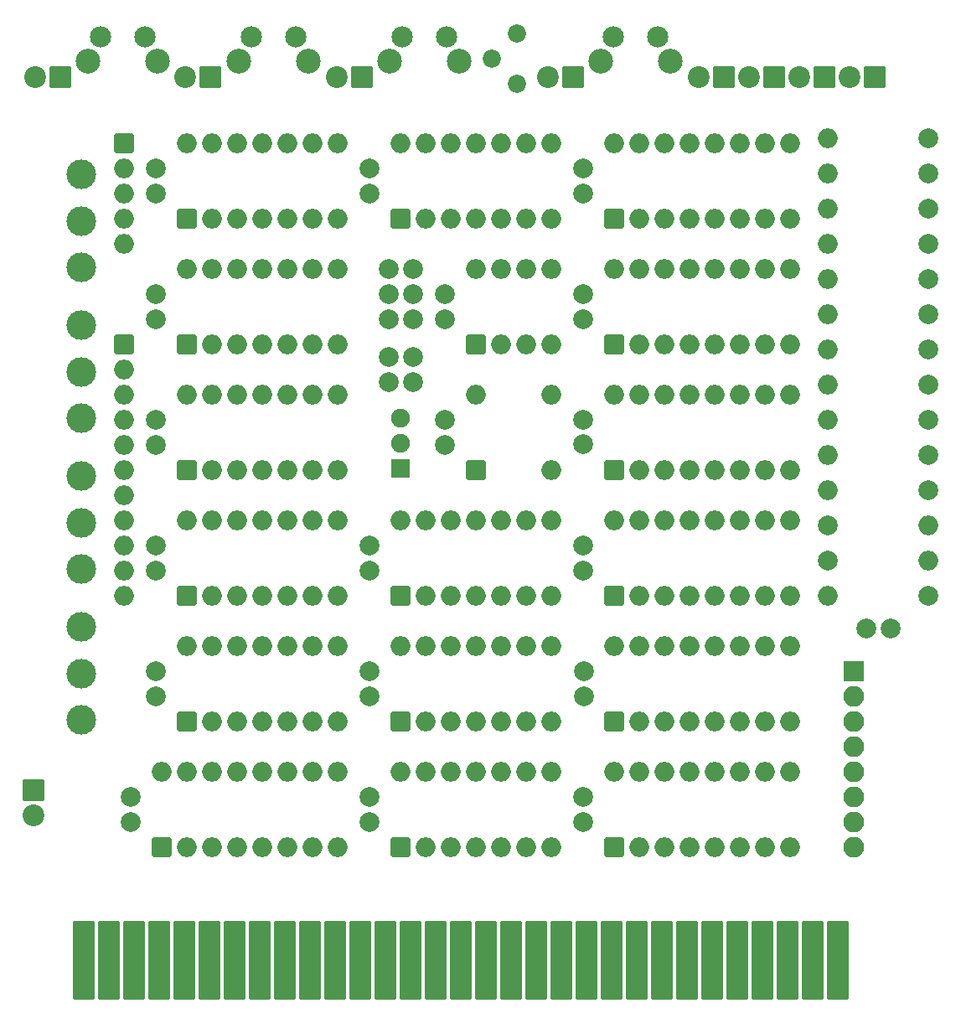
<source format=gbs>
G04 #@! TF.GenerationSoftware,KiCad,Pcbnew,(6.0.9)*
G04 #@! TF.CreationDate,2022-12-02T20:03:53-05:00*
G04 #@! TF.ProjectId,Part 3 - Clock v3,50617274-2033-4202-9d20-436c6f636b20,1.1*
G04 #@! TF.SameCoordinates,Original*
G04 #@! TF.FileFunction,Soldermask,Bot*
G04 #@! TF.FilePolarity,Negative*
%FSLAX46Y46*%
G04 Gerber Fmt 4.6, Leading zero omitted, Abs format (unit mm)*
G04 Created by KiCad (PCBNEW (6.0.9)) date 2022-12-02 20:03:53*
%MOMM*%
%LPD*%
G01*
G04 APERTURE LIST*
G04 Aperture macros list*
%AMRoundRect*
0 Rectangle with rounded corners*
0 $1 Rounding radius*
0 $2 $3 $4 $5 $6 $7 $8 $9 X,Y pos of 4 corners*
0 Add a 4 corners polygon primitive as box body*
4,1,4,$2,$3,$4,$5,$6,$7,$8,$9,$2,$3,0*
0 Add four circle primitives for the rounded corners*
1,1,$1+$1,$2,$3*
1,1,$1+$1,$4,$5*
1,1,$1+$1,$6,$7*
1,1,$1+$1,$8,$9*
0 Add four rect primitives between the rounded corners*
20,1,$1+$1,$2,$3,$4,$5,0*
20,1,$1+$1,$4,$5,$6,$7,0*
20,1,$1+$1,$6,$7,$8,$9,0*
20,1,$1+$1,$8,$9,$2,$3,0*%
G04 Aperture macros list end*
%ADD10C,2.000000*%
%ADD11O,2.000000X2.000000*%
%ADD12RoundRect,0.200000X0.800000X-0.800000X0.800000X0.800000X-0.800000X0.800000X-0.800000X-0.800000X0*%
%ADD13RoundRect,0.200000X-0.900000X0.900000X-0.900000X-0.900000X0.900000X-0.900000X0.900000X0.900000X0*%
%ADD14C,2.200000*%
%ADD15C,2.500000*%
%ADD16C,2.150000*%
%ADD17RoundRect,0.200000X0.900000X0.900000X-0.900000X0.900000X-0.900000X-0.900000X0.900000X-0.900000X0*%
%ADD18C,3.000000*%
%ADD19RoundRect,0.200000X-0.890000X-3.810000X0.890000X-3.810000X0.890000X3.810000X-0.890000X3.810000X0*%
%ADD20RoundRect,0.200000X-0.800000X0.800000X-0.800000X-0.800000X0.800000X-0.800000X0.800000X0.800000X0*%
%ADD21C,1.840000*%
%ADD22RoundRect,0.200000X-0.850000X-0.850000X0.850000X-0.850000X0.850000X0.850000X-0.850000X0.850000X0*%
%ADD23O,2.100000X2.100000*%
%ADD24RoundRect,0.200000X0.750000X-0.750000X0.750000X0.750000X-0.750000X0.750000X-0.750000X-0.750000X0*%
%ADD25C,1.900000*%
G04 APERTURE END LIST*
D10*
X186690000Y-76962000D03*
D11*
X176530000Y-76962000D03*
D12*
X111755000Y-67300000D03*
D11*
X114295000Y-67300000D03*
X116835000Y-67300000D03*
X119375000Y-67300000D03*
X121915000Y-67300000D03*
X124455000Y-67300000D03*
X126995000Y-67300000D03*
X126995000Y-59680000D03*
X124455000Y-59680000D03*
X121915000Y-59680000D03*
X119375000Y-59680000D03*
X116835000Y-59680000D03*
X114295000Y-59680000D03*
X111755000Y-59680000D03*
D13*
X96266000Y-125069600D03*
D14*
X96266000Y-127609600D03*
D12*
X154930000Y-67300000D03*
D11*
X157470000Y-67300000D03*
X160010000Y-67300000D03*
X162550000Y-67300000D03*
X165090000Y-67300000D03*
X167630000Y-67300000D03*
X170170000Y-67300000D03*
X172710000Y-67300000D03*
X172710000Y-59680000D03*
X170170000Y-59680000D03*
X167630000Y-59680000D03*
X165090000Y-59680000D03*
X162550000Y-59680000D03*
X160010000Y-59680000D03*
X157470000Y-59680000D03*
X154930000Y-59680000D03*
D10*
X151892000Y-113050000D03*
X151892000Y-115550000D03*
X176530000Y-98298000D03*
D11*
X186690000Y-98298000D03*
D10*
X130185000Y-113060000D03*
X130185000Y-115560000D03*
X182860000Y-108712000D03*
X180360000Y-108712000D03*
X186690000Y-59182000D03*
D11*
X176530000Y-59182000D03*
D10*
X176530000Y-101854000D03*
D11*
X186690000Y-101854000D03*
D15*
X160583000Y-51411700D03*
X153573000Y-51411700D03*
D16*
X154823000Y-48921700D03*
X159323000Y-48921700D03*
D17*
X176128000Y-52990000D03*
D14*
X173588000Y-52990000D03*
D10*
X132100000Y-74910000D03*
X134600000Y-74910000D03*
D12*
X111760000Y-92680000D03*
D11*
X114300000Y-92680000D03*
X116840000Y-92680000D03*
X119380000Y-92680000D03*
X121920000Y-92680000D03*
X124460000Y-92680000D03*
X127000000Y-92680000D03*
X127000000Y-85060000D03*
X124460000Y-85060000D03*
X121920000Y-85060000D03*
X119380000Y-85060000D03*
X116840000Y-85060000D03*
X114300000Y-85060000D03*
X111760000Y-85060000D03*
D18*
X101068600Y-102718600D03*
X101068600Y-98018600D03*
X101068600Y-93318600D03*
D15*
X116987000Y-51411700D03*
X123997000Y-51411700D03*
D16*
X118237000Y-48921700D03*
X122737000Y-48921700D03*
D12*
X111760000Y-105380000D03*
D11*
X114300000Y-105380000D03*
X116840000Y-105380000D03*
X119380000Y-105380000D03*
X121920000Y-105380000D03*
X124460000Y-105380000D03*
X127000000Y-105380000D03*
X127000000Y-97760000D03*
X124460000Y-97760000D03*
X121920000Y-97760000D03*
X119380000Y-97760000D03*
X116840000Y-97760000D03*
X114300000Y-97760000D03*
X111760000Y-97760000D03*
D10*
X186690000Y-87630000D03*
D11*
X176530000Y-87630000D03*
D10*
X108585000Y-87630000D03*
X108585000Y-90130000D03*
D19*
X177490000Y-142200000D03*
X174950000Y-142200000D03*
X172410000Y-142200000D03*
X169870000Y-142200000D03*
X167330000Y-142200000D03*
X164790000Y-142200000D03*
X162250000Y-142200000D03*
X159710000Y-142200000D03*
X157170000Y-142200000D03*
X154630000Y-142200000D03*
X152090000Y-142200000D03*
X149550000Y-142200000D03*
X147010000Y-142200000D03*
X144470000Y-142200000D03*
X141930000Y-142200000D03*
X139390000Y-142200000D03*
X136850000Y-142200000D03*
X134310000Y-142200000D03*
X131770000Y-142200000D03*
X129230000Y-142200000D03*
X126690000Y-142200000D03*
X124150000Y-142200000D03*
X121610000Y-142200000D03*
X119070000Y-142200000D03*
X116530000Y-142200000D03*
X113990000Y-142200000D03*
X111450000Y-142200000D03*
X108910000Y-142200000D03*
X106370000Y-142200000D03*
X103830000Y-142200000D03*
X101290000Y-142200000D03*
D10*
X132100000Y-72370000D03*
X134600000Y-72370000D03*
D20*
X105410000Y-59690000D03*
D11*
X105410000Y-62230000D03*
X105410000Y-64770000D03*
X105410000Y-67310000D03*
X105410000Y-69850000D03*
D10*
X151765000Y-87610000D03*
X151765000Y-90110000D03*
D18*
X101068600Y-72238600D03*
X101068600Y-67538600D03*
X101068600Y-62838600D03*
D12*
X154940000Y-130800000D03*
D11*
X157480000Y-130800000D03*
X160020000Y-130800000D03*
X162560000Y-130800000D03*
X165100000Y-130800000D03*
X167640000Y-130800000D03*
X170180000Y-130800000D03*
X172720000Y-130800000D03*
X172720000Y-123180000D03*
X170180000Y-123180000D03*
X167640000Y-123180000D03*
X165100000Y-123180000D03*
X162560000Y-123180000D03*
X160020000Y-123180000D03*
X157480000Y-123180000D03*
X154940000Y-123180000D03*
D17*
X129393000Y-52991300D03*
D14*
X126853000Y-52991300D03*
D12*
X154930000Y-105400000D03*
D11*
X157470000Y-105400000D03*
X160010000Y-105400000D03*
X162550000Y-105400000D03*
X165090000Y-105400000D03*
X167630000Y-105400000D03*
X170170000Y-105400000D03*
X172710000Y-105400000D03*
X172710000Y-97780000D03*
X170170000Y-97780000D03*
X167630000Y-97780000D03*
X165090000Y-97780000D03*
X162550000Y-97780000D03*
X160010000Y-97780000D03*
X157470000Y-97780000D03*
X154930000Y-97780000D03*
D10*
X186690000Y-94742000D03*
D11*
X176530000Y-94742000D03*
D21*
X145115600Y-53668200D03*
X142575600Y-51128200D03*
X145115600Y-48588200D03*
D10*
X151765000Y-62250000D03*
X151765000Y-64750000D03*
X137795000Y-87630000D03*
X137795000Y-90130000D03*
X108585000Y-74930000D03*
X108585000Y-77430000D03*
X186690000Y-91186000D03*
D11*
X176530000Y-91186000D03*
D12*
X133345000Y-105390000D03*
D11*
X135885000Y-105390000D03*
X138425000Y-105390000D03*
X140965000Y-105390000D03*
X143505000Y-105390000D03*
X146045000Y-105390000D03*
X148585000Y-105390000D03*
X148585000Y-97770000D03*
X146045000Y-97770000D03*
X143505000Y-97770000D03*
X140965000Y-97770000D03*
X138425000Y-97770000D03*
X135885000Y-97770000D03*
X133345000Y-97770000D03*
D17*
X114142000Y-52991300D03*
D14*
X111602000Y-52991300D03*
D12*
X154930000Y-80000000D03*
D11*
X157470000Y-80000000D03*
X160010000Y-80000000D03*
X162550000Y-80000000D03*
X165090000Y-80000000D03*
X167630000Y-80000000D03*
X170170000Y-80000000D03*
X172710000Y-80000000D03*
X172710000Y-72380000D03*
X170170000Y-72380000D03*
X167630000Y-72380000D03*
X165090000Y-72380000D03*
X162550000Y-72380000D03*
X160010000Y-72380000D03*
X157470000Y-72380000D03*
X154930000Y-72380000D03*
D22*
X179114600Y-113019600D03*
D23*
X179114600Y-115559600D03*
X179114600Y-118099600D03*
X179114600Y-120639600D03*
X179114600Y-123179600D03*
X179114600Y-125719600D03*
X179114600Y-128259600D03*
X179114600Y-130799600D03*
D10*
X132100000Y-83820000D03*
X134600000Y-83820000D03*
D15*
X139248000Y-51410400D03*
X132238000Y-51410400D03*
D16*
X133488000Y-48920400D03*
X137988000Y-48920400D03*
D12*
X133355000Y-130800000D03*
D11*
X135895000Y-130800000D03*
X138435000Y-130800000D03*
X140975000Y-130800000D03*
X143515000Y-130800000D03*
X146055000Y-130800000D03*
X148595000Y-130800000D03*
X148595000Y-123180000D03*
X146055000Y-123180000D03*
X143515000Y-123180000D03*
X140975000Y-123180000D03*
X138435000Y-123180000D03*
X135895000Y-123180000D03*
X133355000Y-123180000D03*
D20*
X105410000Y-80010000D03*
D11*
X105410000Y-82550000D03*
X105410000Y-85090000D03*
X105410000Y-87630000D03*
X105410000Y-90170000D03*
X105410000Y-92710000D03*
X105410000Y-95250000D03*
X105410000Y-97790000D03*
X105410000Y-100330000D03*
X105410000Y-102870000D03*
X105410000Y-105410000D03*
D10*
X186690000Y-105410000D03*
D11*
X176530000Y-105410000D03*
D10*
X108585000Y-62250000D03*
X108585000Y-64750000D03*
X106055000Y-125730000D03*
X106055000Y-128230000D03*
X130175000Y-62250000D03*
X130175000Y-64750000D03*
X134600000Y-81280000D03*
X132100000Y-81280000D03*
X132100000Y-77450000D03*
X134600000Y-77450000D03*
D12*
X111755000Y-118100000D03*
D11*
X114295000Y-118100000D03*
X116835000Y-118100000D03*
X119375000Y-118100000D03*
X121915000Y-118100000D03*
X124455000Y-118100000D03*
X126995000Y-118100000D03*
X126995000Y-110480000D03*
X124455000Y-110480000D03*
X121915000Y-110480000D03*
X119375000Y-110480000D03*
X116835000Y-110480000D03*
X114295000Y-110480000D03*
X111755000Y-110480000D03*
D18*
X101068600Y-87478600D03*
X101068600Y-82778600D03*
X101068600Y-78078600D03*
D10*
X137795000Y-74930000D03*
X137795000Y-77430000D03*
X130175000Y-100330000D03*
X130175000Y-102830000D03*
D18*
X101068600Y-117958600D03*
X101068600Y-113258600D03*
X101068600Y-108558600D03*
D12*
X154930000Y-92680000D03*
D11*
X157470000Y-92680000D03*
X160010000Y-92680000D03*
X162550000Y-92680000D03*
X165090000Y-92680000D03*
X167630000Y-92680000D03*
X170170000Y-92680000D03*
X172710000Y-92680000D03*
X172710000Y-85060000D03*
X170170000Y-85060000D03*
X167630000Y-85060000D03*
X165090000Y-85060000D03*
X162550000Y-85060000D03*
X160010000Y-85060000D03*
X157470000Y-85060000D03*
X154930000Y-85060000D03*
D15*
X108742600Y-51411700D03*
X101732600Y-51411700D03*
D16*
X102982600Y-48921700D03*
X107482600Y-48921700D03*
D10*
X130185000Y-125750000D03*
X130185000Y-128250000D03*
D24*
X133350000Y-92505000D03*
D25*
X133350000Y-89965000D03*
X133350000Y-87425000D03*
D12*
X140980000Y-92680000D03*
D11*
X148600000Y-92680000D03*
X148600000Y-85060000D03*
X140980000Y-85060000D03*
D10*
X186690000Y-66294000D03*
D11*
X176530000Y-66294000D03*
D12*
X109225000Y-130800000D03*
D11*
X111765000Y-130800000D03*
X114305000Y-130800000D03*
X116845000Y-130800000D03*
X119385000Y-130800000D03*
X121925000Y-130800000D03*
X124465000Y-130800000D03*
X127005000Y-130800000D03*
X127005000Y-123180000D03*
X124465000Y-123180000D03*
X121925000Y-123180000D03*
X119385000Y-123180000D03*
X116845000Y-123180000D03*
X114305000Y-123180000D03*
X111765000Y-123180000D03*
X109225000Y-123180000D03*
D17*
X165968000Y-52990000D03*
D14*
X163428000Y-52990000D03*
D17*
X171048000Y-52990000D03*
D14*
X168508000Y-52990000D03*
D12*
X133345000Y-67300000D03*
D11*
X135885000Y-67300000D03*
X138425000Y-67300000D03*
X140965000Y-67300000D03*
X143505000Y-67300000D03*
X146045000Y-67300000D03*
X148585000Y-67300000D03*
X148585000Y-59680000D03*
X146045000Y-59680000D03*
X143505000Y-59680000D03*
X140965000Y-59680000D03*
X138425000Y-59680000D03*
X135885000Y-59680000D03*
X133345000Y-59680000D03*
D10*
X186690000Y-69850000D03*
D11*
X176530000Y-69850000D03*
D17*
X181208000Y-52990000D03*
D14*
X178668000Y-52990000D03*
D12*
X111760000Y-79980000D03*
D11*
X114300000Y-79980000D03*
X116840000Y-79980000D03*
X119380000Y-79980000D03*
X121920000Y-79980000D03*
X124460000Y-79980000D03*
X127000000Y-79980000D03*
X127000000Y-72360000D03*
X124460000Y-72360000D03*
X121920000Y-72360000D03*
X119380000Y-72360000D03*
X116840000Y-72360000D03*
X114300000Y-72360000D03*
X111760000Y-72360000D03*
D12*
X140985000Y-79980000D03*
D11*
X143525000Y-79980000D03*
X146065000Y-79980000D03*
X148605000Y-79980000D03*
X148605000Y-72360000D03*
X146065000Y-72360000D03*
X143525000Y-72360000D03*
X140985000Y-72360000D03*
D10*
X151775000Y-125750000D03*
X151775000Y-128250000D03*
X186690000Y-62738000D03*
D11*
X176530000Y-62738000D03*
D12*
X133355000Y-118110000D03*
D11*
X135895000Y-118110000D03*
X138435000Y-118110000D03*
X140975000Y-118110000D03*
X143515000Y-118110000D03*
X146055000Y-118110000D03*
X148595000Y-118110000D03*
X148595000Y-110490000D03*
X146055000Y-110490000D03*
X143515000Y-110490000D03*
X140975000Y-110490000D03*
X138435000Y-110490000D03*
X135895000Y-110490000D03*
X133355000Y-110490000D03*
D10*
X151765000Y-100330000D03*
X151765000Y-102830000D03*
X186690000Y-84074000D03*
D11*
X176530000Y-84074000D03*
D10*
X151765000Y-74930000D03*
X151765000Y-77430000D03*
D12*
X154930000Y-118100000D03*
D11*
X157470000Y-118100000D03*
X160010000Y-118100000D03*
X162550000Y-118100000D03*
X165090000Y-118100000D03*
X167630000Y-118100000D03*
X170170000Y-118100000D03*
X172710000Y-118100000D03*
X172710000Y-110480000D03*
X170170000Y-110480000D03*
X167630000Y-110480000D03*
X165090000Y-110480000D03*
X162550000Y-110480000D03*
X160010000Y-110480000D03*
X157470000Y-110480000D03*
X154930000Y-110480000D03*
D10*
X108585000Y-113050000D03*
X108585000Y-115550000D03*
X108585000Y-100330000D03*
X108585000Y-102830000D03*
D17*
X98913000Y-52990000D03*
D14*
X96373000Y-52990000D03*
D10*
X186690000Y-73406000D03*
D11*
X176530000Y-73406000D03*
D17*
X150728000Y-52990000D03*
D14*
X148188000Y-52990000D03*
D10*
X186690000Y-80518000D03*
D11*
X176530000Y-80518000D03*
M02*

</source>
